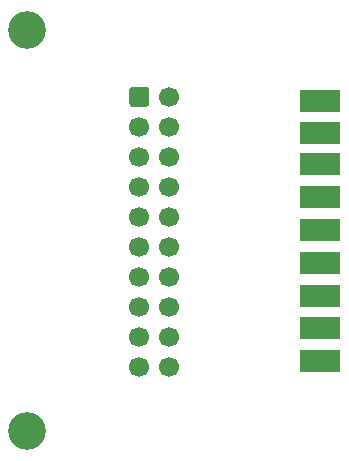
<source format=gbr>
%TF.GenerationSoftware,KiCad,Pcbnew,(5.1.9)-1*%
%TF.CreationDate,2021-07-27T13:59:00-04:00*%
%TF.ProjectId,Amiga2MacFloppy,416d6967-6132-44d6-9163-466c6f707079,1.0*%
%TF.SameCoordinates,Original*%
%TF.FileFunction,Soldermask,Bot*%
%TF.FilePolarity,Negative*%
%FSLAX46Y46*%
G04 Gerber Fmt 4.6, Leading zero omitted, Abs format (unit mm)*
G04 Created by KiCad (PCBNEW (5.1.9)-1) date 2021-07-27 13:59:00*
%MOMM*%
%LPD*%
G01*
G04 APERTURE LIST*
%ADD10R,3.480000X1.846667*%
%ADD11C,1.700000*%
%ADD12C,3.200000*%
G04 APERTURE END LIST*
D10*
%TO.C,J1 DB19F*%
X158268000Y-97271000D03*
X158268000Y-99945000D03*
X158268000Y-102605000D03*
X158268000Y-105404000D03*
X158268000Y-108174000D03*
X158268000Y-110944000D03*
X158268000Y-113714000D03*
X158268000Y-116484000D03*
X158268000Y-119254000D03*
%TD*%
D11*
%TO.C,J2 IDC 2x10*%
X145508000Y-119753000D03*
X145508000Y-117213000D03*
X145508000Y-114673000D03*
X145508000Y-112133000D03*
X145508000Y-109593000D03*
X145508000Y-107053000D03*
X145508000Y-104513000D03*
X145508000Y-101973000D03*
X145508000Y-99433000D03*
X145508000Y-96893000D03*
X142968000Y-119753000D03*
X142968000Y-117213000D03*
X142968000Y-114673000D03*
X142968000Y-112133000D03*
X142968000Y-109593000D03*
X142968000Y-107053000D03*
X142968000Y-104513000D03*
X142968000Y-101973000D03*
X142968000Y-99433000D03*
G36*
G01*
X142118000Y-97493000D02*
X142118000Y-96293000D01*
G75*
G02*
X142368000Y-96043000I250000J0D01*
G01*
X143568000Y-96043000D01*
G75*
G02*
X143818000Y-96293000I0J-250000D01*
G01*
X143818000Y-97493000D01*
G75*
G02*
X143568000Y-97743000I-250000J0D01*
G01*
X142368000Y-97743000D01*
G75*
G02*
X142118000Y-97493000I0J250000D01*
G01*
G37*
%TD*%
D12*
%TO.C,Hole2*%
X133468000Y-91193000D03*
%TD*%
%TO.C,Hole1*%
X133468000Y-125193000D03*
%TD*%
M02*

</source>
